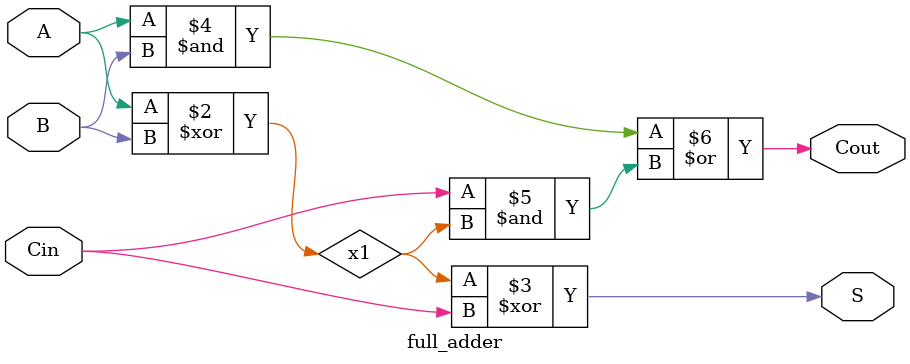
<source format=sv>
`timescale 1ns / 1ps
/*******************************************************************************
  Copyright 2021 Findora
*******************************************************************************/

/*
  A basic 1-bit full adder
              -------
             | FA    |
    A    --> |       | --> S
    B    --> |       |
    Cin  --> |       | --> Cout
              -------
*/

module full_adder
   (
    input  logic A,
    input  logic B,
    input  logic Cin,
    output logic Cout,
    output logic S
   );
   reg x1;

   always_comb begin
      x1 = A^B;
      S    =  x1 ^ Cin ;
      Cout = (A & B) | (Cin & (x1));
   end
endmodule
</source>
